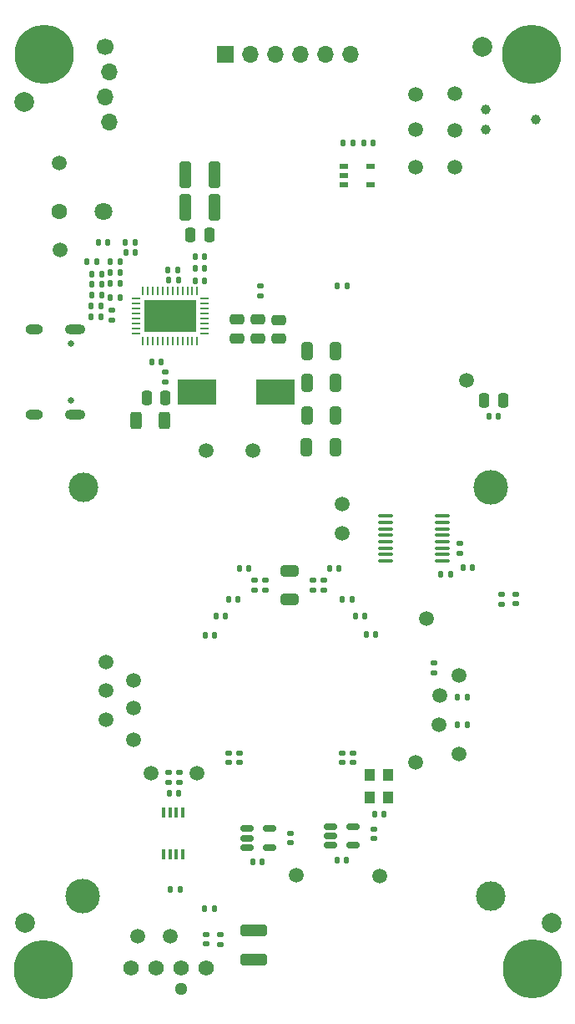
<source format=gbr>
%TF.GenerationSoftware,KiCad,Pcbnew,8.0.1*%
%TF.CreationDate,2024-06-21T14:23:06+08:00*%
%TF.ProjectId,bitaxeSupra,62697461-7865-4537-9570-72612e6b6963,rev?*%
%TF.SameCoordinates,Original*%
%TF.FileFunction,Soldermask,Top*%
%TF.FilePolarity,Negative*%
%FSLAX46Y46*%
G04 Gerber Fmt 4.6, Leading zero omitted, Abs format (unit mm)*
G04 Created by KiCad (PCBNEW 8.0.1) date 2024-06-21 14:23:06*
%MOMM*%
%LPD*%
G01*
G04 APERTURE LIST*
G04 Aperture macros list*
%AMRoundRect*
0 Rectangle with rounded corners*
0 $1 Rounding radius*
0 $2 $3 $4 $5 $6 $7 $8 $9 X,Y pos of 4 corners*
0 Add a 4 corners polygon primitive as box body*
4,1,4,$2,$3,$4,$5,$6,$7,$8,$9,$2,$3,0*
0 Add four circle primitives for the rounded corners*
1,1,$1+$1,$2,$3*
1,1,$1+$1,$4,$5*
1,1,$1+$1,$6,$7*
1,1,$1+$1,$8,$9*
0 Add four rect primitives between the rounded corners*
20,1,$1+$1,$2,$3,$4,$5,0*
20,1,$1+$1,$4,$5,$6,$7,0*
20,1,$1+$1,$6,$7,$8,$9,0*
20,1,$1+$1,$8,$9,$2,$3,0*%
G04 Aperture macros list end*
%ADD10RoundRect,0.250000X-0.325000X-0.650000X0.325000X-0.650000X0.325000X0.650000X-0.325000X0.650000X0*%
%ADD11RoundRect,0.250000X0.475000X-0.250000X0.475000X0.250000X-0.475000X0.250000X-0.475000X-0.250000X0*%
%ADD12RoundRect,0.135000X0.135000X0.185000X-0.135000X0.185000X-0.135000X-0.185000X0.135000X-0.185000X0*%
%ADD13RoundRect,0.250000X-1.100000X0.325000X-1.100000X-0.325000X1.100000X-0.325000X1.100000X0.325000X0*%
%ADD14C,1.500000*%
%ADD15RoundRect,0.140000X-0.140000X-0.170000X0.140000X-0.170000X0.140000X0.170000X-0.140000X0.170000X0*%
%ADD16C,2.000000*%
%ADD17RoundRect,0.140000X0.140000X0.170000X-0.140000X0.170000X-0.140000X-0.170000X0.140000X-0.170000X0*%
%ADD18RoundRect,0.140000X0.170000X-0.140000X0.170000X0.140000X-0.170000X0.140000X-0.170000X-0.140000X0*%
%ADD19RoundRect,0.140000X-0.170000X0.140000X-0.170000X-0.140000X0.170000X-0.140000X0.170000X0.140000X0*%
%ADD20RoundRect,0.135000X-0.185000X0.135000X-0.185000X-0.135000X0.185000X-0.135000X0.185000X0.135000X0*%
%ADD21C,3.000000*%
%ADD22RoundRect,0.250000X0.312500X0.625000X-0.312500X0.625000X-0.312500X-0.625000X0.312500X-0.625000X0*%
%ADD23RoundRect,0.150000X-0.512500X-0.150000X0.512500X-0.150000X0.512500X0.150000X-0.512500X0.150000X0*%
%ADD24RoundRect,0.135000X-0.135000X-0.185000X0.135000X-0.185000X0.135000X0.185000X-0.135000X0.185000X0*%
%ADD25RoundRect,0.250000X-0.250000X-0.475000X0.250000X-0.475000X0.250000X0.475000X-0.250000X0.475000X0*%
%ADD26RoundRect,0.250000X-0.325000X-1.100000X0.325000X-1.100000X0.325000X1.100000X-0.325000X1.100000X0*%
%ADD27R,1.100000X1.300000*%
%ADD28C,0.800000*%
%ADD29C,6.000000*%
%ADD30RoundRect,0.250000X-0.650000X0.325000X-0.650000X-0.325000X0.650000X-0.325000X0.650000X0.325000X0*%
%ADD31RoundRect,0.135000X0.185000X-0.135000X0.185000X0.135000X-0.185000X0.135000X-0.185000X-0.135000X0*%
%ADD32R,0.400000X1.100000*%
%ADD33R,1.700000X1.700000*%
%ADD34O,1.700000X1.700000*%
%ADD35C,3.500000*%
%ADD36RoundRect,0.100000X-0.637500X-0.100000X0.637500X-0.100000X0.637500X0.100000X-0.637500X0.100000X0*%
%ADD37R,4.000000X2.600000*%
%ADD38RoundRect,0.062500X0.062500X-0.337500X0.062500X0.337500X-0.062500X0.337500X-0.062500X-0.337500X0*%
%ADD39RoundRect,0.062500X0.337500X-0.062500X0.337500X0.062500X-0.337500X0.062500X-0.337500X-0.062500X0*%
%ADD40C,0.400000*%
%ADD41R,5.300000X3.300000*%
%ADD42R,0.952500X0.558800*%
%ADD43C,1.295400*%
%ADD44C,1.574800*%
%ADD45C,1.700000*%
%ADD46C,0.650000*%
%ADD47O,1.800000X1.000000*%
%ADD48O,2.100000X1.000000*%
%ADD49C,0.990600*%
%ADD50C,1.600000*%
%ADD51C,1.800000*%
G04 APERTURE END LIST*
D10*
%TO.C,C20*%
X107435000Y-81120000D03*
X110385000Y-81120000D03*
%TD*%
D11*
%TO.C,C15*%
X100360000Y-79860000D03*
X100360000Y-77960000D03*
%TD*%
D12*
%TO.C,R21*%
X122010000Y-103710000D03*
X120990000Y-103710000D03*
%TD*%
D13*
%TO.C,C51*%
X102045000Y-139815000D03*
X102045000Y-142765000D03*
%TD*%
D14*
%TO.C,TP19*%
X114860000Y-134280000D03*
%TD*%
D15*
%TO.C,C9*%
X96090000Y-72760000D03*
X97050000Y-72760000D03*
%TD*%
D16*
%TO.C,FID2*%
X125270000Y-50310000D03*
%TD*%
%TO.C,FID4*%
X132260000Y-139060000D03*
%TD*%
%TO.C,FID3*%
X78850000Y-139070000D03*
%TD*%
D17*
%TO.C,C41*%
X101570000Y-103154000D03*
X100610000Y-103154000D03*
%TD*%
D14*
%TO.C,TP21*%
X122860000Y-121970000D03*
%TD*%
%TO.C,TP18*%
X120820000Y-119010000D03*
%TD*%
D18*
%TO.C,C42*%
X100655438Y-122810000D03*
X100655438Y-121850000D03*
%TD*%
D14*
%TO.C,TP8*%
X123610000Y-84120000D03*
%TD*%
D19*
%TO.C,C40*%
X108072400Y-104360000D03*
X108072400Y-105320000D03*
%TD*%
D20*
%TO.C,R23*%
X94520000Y-123850000D03*
X94520000Y-124870000D03*
%TD*%
D17*
%TO.C,C46*%
X99161000Y-108024000D03*
X98201000Y-108024000D03*
%TD*%
D21*
%TO.C,H6*%
X84764000Y-94984000D03*
%TD*%
D19*
%TO.C,C39*%
X102110000Y-104360000D03*
X102110000Y-105320000D03*
%TD*%
D22*
%TO.C,R12*%
X93012500Y-88210000D03*
X90087500Y-88210000D03*
%TD*%
D19*
%TO.C,C13*%
X87630000Y-77010000D03*
X87630000Y-77970000D03*
%TD*%
D11*
%TO.C,C14*%
X104580000Y-79880000D03*
X104580000Y-77980000D03*
%TD*%
D23*
%TO.C,U6*%
X101392500Y-129520000D03*
X101392500Y-130470000D03*
X101392500Y-131420000D03*
X103667500Y-131420000D03*
X103667500Y-129520000D03*
%TD*%
D24*
%TO.C,R1*%
X85590000Y-75500000D03*
X86610000Y-75500000D03*
%TD*%
D14*
%TO.C,TP13*%
X110990000Y-96640000D03*
%TD*%
%TO.C,TP37*%
X93610000Y-140380000D03*
%TD*%
%TO.C,TP35*%
X96280000Y-123890000D03*
%TD*%
D12*
%TO.C,R8*%
X90070000Y-70100000D03*
X89050000Y-70100000D03*
%TD*%
%TO.C,R11*%
X94390000Y-72930000D03*
X93370000Y-72930000D03*
%TD*%
D10*
%TO.C,C18*%
X107435000Y-87660000D03*
X110385000Y-87660000D03*
%TD*%
D14*
%TO.C,TP38*%
X90300000Y-140410000D03*
%TD*%
%TO.C,TP33*%
X87080000Y-118492000D03*
%TD*%
%TO.C,TP3*%
X101980000Y-91230000D03*
%TD*%
D25*
%TO.C,C24*%
X125440000Y-86180000D03*
X127340000Y-86180000D03*
%TD*%
D14*
%TO.C,TP9*%
X122440000Y-55090000D03*
%TD*%
D21*
%TO.C,H5*%
X126130000Y-136350000D03*
%TD*%
D11*
%TO.C,C16*%
X102480000Y-79860000D03*
X102480000Y-77960000D03*
%TD*%
D18*
%TO.C,C45*%
X99525438Y-122820000D03*
X99525438Y-121860000D03*
%TD*%
D19*
%TO.C,C10*%
X102750000Y-74560000D03*
X102750000Y-75520000D03*
%TD*%
D24*
%TO.C,R2*%
X85110000Y-72100000D03*
X86130000Y-72100000D03*
%TD*%
D18*
%TO.C,C35*%
X112140000Y-122790000D03*
X112140000Y-121830000D03*
%TD*%
D26*
%TO.C,C4*%
X95125000Y-66550000D03*
X98075000Y-66550000D03*
%TD*%
D15*
%TO.C,C6*%
X96090000Y-74000000D03*
X97050000Y-74000000D03*
%TD*%
%TO.C,C25*%
X125910000Y-87790000D03*
X126870000Y-87790000D03*
%TD*%
D27*
%TO.C,U7*%
X115680000Y-126370000D03*
X115680000Y-124070000D03*
X113780000Y-124070000D03*
X113780000Y-126370000D03*
%TD*%
D15*
%TO.C,C27*%
X101940000Y-132840000D03*
X102900000Y-132840000D03*
%TD*%
D28*
%TO.C,H1*%
X127985010Y-51120990D03*
X128644020Y-49530000D03*
X128644020Y-52711980D03*
X130235010Y-48870990D03*
D29*
X130235010Y-51120990D03*
D28*
X130235010Y-53370990D03*
X131826000Y-49530000D03*
X131826000Y-52711980D03*
X132485010Y-51120990D03*
%TD*%
D14*
%TO.C,TP4*%
X97220000Y-91210000D03*
%TD*%
D12*
%TO.C,R7*%
X88520000Y-74320000D03*
X87500000Y-74320000D03*
%TD*%
D14*
%TO.C,TP11*%
X118480000Y-58690000D03*
%TD*%
D17*
%TO.C,C29*%
X115270000Y-128010000D03*
X114310000Y-128010000D03*
%TD*%
D16*
%TO.C,FID1*%
X78750000Y-55900000D03*
%TD*%
D19*
%TO.C,C12*%
X93100000Y-83280000D03*
X93100000Y-84240000D03*
%TD*%
D14*
%TO.C,TP14*%
X110990000Y-99610000D03*
%TD*%
D12*
%TO.C,R19*%
X123720000Y-118980000D03*
X122700000Y-118980000D03*
%TD*%
D14*
%TO.C,TP5*%
X118460000Y-62540000D03*
%TD*%
%TO.C,TP36*%
X91650000Y-123880000D03*
%TD*%
D30*
%TO.C,C43*%
X105670000Y-103375000D03*
X105670000Y-106325000D03*
%TD*%
D14*
%TO.C,TP15*%
X119550000Y-108280000D03*
%TD*%
%TO.C,TP22*%
X118520000Y-122760000D03*
%TD*%
D31*
%TO.C,R25*%
X98640000Y-141260000D03*
X98640000Y-140240000D03*
%TD*%
D19*
%TO.C,C22*%
X128670000Y-105770000D03*
X128670000Y-106730000D03*
%TD*%
D32*
%TO.C,U10*%
X94870000Y-127840000D03*
X94220000Y-127840000D03*
X93570000Y-127840000D03*
X92920000Y-127840000D03*
X92920000Y-132140000D03*
X93570000Y-132140000D03*
X94220000Y-132140000D03*
X94870000Y-132140000D03*
%TD*%
D17*
%TO.C,C8*%
X90040000Y-71130000D03*
X89080000Y-71130000D03*
%TD*%
D24*
%TO.C,R5*%
X87490000Y-75720000D03*
X88510000Y-75720000D03*
%TD*%
D12*
%TO.C,R6*%
X88510000Y-72100000D03*
X87490000Y-72100000D03*
%TD*%
D14*
%TO.C,TP29*%
X87080000Y-112616000D03*
%TD*%
D23*
%TO.C,U5*%
X109843500Y-129279000D03*
X109843500Y-130229000D03*
X109843500Y-131179000D03*
X112118500Y-131179000D03*
X112118500Y-129279000D03*
%TD*%
D28*
%TO.C,H3*%
X128052000Y-143728000D03*
X128711010Y-142137010D03*
X128711010Y-145318990D03*
X130302000Y-141478000D03*
D29*
X130302000Y-143728000D03*
D28*
X130302000Y-145978000D03*
X131892990Y-142137010D03*
X131892990Y-145318990D03*
X132552000Y-143728000D03*
%TD*%
D19*
%TO.C,C49*%
X122930000Y-100640000D03*
X122930000Y-101600000D03*
%TD*%
D14*
%TO.C,TP2*%
X82310000Y-62100000D03*
%TD*%
D12*
%TO.C,R9*%
X94400000Y-73990000D03*
X93380000Y-73990000D03*
%TD*%
D19*
%TO.C,C38*%
X103240000Y-104360000D03*
X103240000Y-105320000D03*
%TD*%
D17*
%TO.C,C23*%
X114200000Y-60030000D03*
X113240000Y-60030000D03*
%TD*%
D14*
%TO.C,TP6*%
X122430000Y-62540000D03*
%TD*%
D10*
%TO.C,C19*%
X107435000Y-84400000D03*
X110385000Y-84400000D03*
%TD*%
D24*
%TO.C,R4*%
X85590000Y-73360000D03*
X86610000Y-73360000D03*
%TD*%
D20*
%TO.C,R17*%
X120380000Y-112750000D03*
X120380000Y-113770000D03*
%TD*%
D15*
%TO.C,C7*%
X96110000Y-71540000D03*
X97070000Y-71540000D03*
%TD*%
D33*
%TO.C,J4*%
X99171505Y-51054000D03*
D34*
X101711505Y-51054000D03*
X104251505Y-51054000D03*
X106791505Y-51054000D03*
X109331505Y-51054000D03*
X111871505Y-51054000D03*
%TD*%
D14*
%TO.C,TP16*%
X122860000Y-113980000D03*
%TD*%
%TO.C,TP34*%
X89860000Y-120480000D03*
%TD*%
D28*
%TO.C,H4*%
X78455010Y-143830990D03*
X79114020Y-142240000D03*
X79114020Y-145421980D03*
X80705010Y-141580990D03*
D29*
X80705010Y-143830990D03*
D28*
X80705010Y-146080990D03*
X82296000Y-142240000D03*
X82296000Y-145421980D03*
X82955010Y-143830990D03*
%TD*%
D14*
%TO.C,TP1*%
X82390000Y-70940000D03*
%TD*%
D12*
%TO.C,R13*%
X86600000Y-77640000D03*
X85580000Y-77640000D03*
%TD*%
D19*
%TO.C,C53*%
X97200000Y-140250000D03*
X97200000Y-141210000D03*
%TD*%
D35*
%TO.C,H8*%
X84710000Y-136360000D03*
%TD*%
D17*
%TO.C,C48*%
X98090000Y-109925000D03*
X97130000Y-109925000D03*
%TD*%
%TO.C,C28*%
X114410000Y-109860000D03*
X113450000Y-109860000D03*
%TD*%
D36*
%TO.C,U9*%
X115427500Y-97855000D03*
X115427500Y-98505000D03*
X115427500Y-99155000D03*
X115427500Y-99805000D03*
X115427500Y-100455000D03*
X115427500Y-101105000D03*
X115427500Y-101755000D03*
X115427500Y-102405000D03*
X121152500Y-102405000D03*
X121152500Y-101755000D03*
X121152500Y-101105000D03*
X121152500Y-100455000D03*
X121152500Y-99805000D03*
X121152500Y-99155000D03*
X121152500Y-98505000D03*
X121152500Y-97855000D03*
%TD*%
D24*
%TO.C,R24*%
X93560000Y-135710000D03*
X94580000Y-135710000D03*
%TD*%
D15*
%TO.C,C5*%
X86310000Y-70110000D03*
X87270000Y-70110000D03*
%TD*%
D17*
%TO.C,C34*%
X112010000Y-106266000D03*
X111050000Y-106266000D03*
%TD*%
D31*
%TO.C,R22*%
X93380000Y-124870000D03*
X93380000Y-123850000D03*
%TD*%
D37*
%TO.C,L1*%
X96295000Y-85255000D03*
X104245000Y-85255000D03*
%TD*%
D10*
%TO.C,C17*%
X107415000Y-90910000D03*
X110365000Y-90910000D03*
%TD*%
D15*
%TO.C,C26*%
X110481000Y-132739000D03*
X111441000Y-132739000D03*
%TD*%
D17*
%TO.C,C47*%
X124270000Y-103110000D03*
X123310000Y-103110000D03*
%TD*%
D18*
%TO.C,C33*%
X111000000Y-122790000D03*
X111000000Y-121830000D03*
%TD*%
D28*
%TO.C,H2*%
X78558000Y-51054000D03*
X79217010Y-49463010D03*
X79217010Y-52644990D03*
X80808000Y-48804000D03*
D29*
X80808000Y-51054000D03*
D28*
X80808000Y-53304000D03*
X82398990Y-49463010D03*
X82398990Y-52644990D03*
X83058000Y-51054000D03*
%TD*%
D19*
%TO.C,C37*%
X109190000Y-104360000D03*
X109190000Y-105320000D03*
%TD*%
D17*
%TO.C,C1*%
X92650000Y-82220000D03*
X91690000Y-82220000D03*
%TD*%
D12*
%TO.C,R18*%
X123720000Y-116220000D03*
X122700000Y-116220000D03*
%TD*%
D17*
%TO.C,C36*%
X110695000Y-103146000D03*
X109735000Y-103146000D03*
%TD*%
D14*
%TO.C,TP20*%
X106360000Y-134230000D03*
%TD*%
D35*
%TO.C,H7*%
X126060000Y-94910000D03*
%TD*%
D14*
%TO.C,TP17*%
X120900000Y-116060000D03*
%TD*%
%TO.C,TP30*%
X89890000Y-114520000D03*
%TD*%
D24*
%TO.C,R15*%
X110480000Y-74510000D03*
X111500000Y-74510000D03*
%TD*%
D38*
%TO.C,U2*%
X90830000Y-80090000D03*
X91330000Y-80090000D03*
X91830000Y-80090000D03*
X92330000Y-80090000D03*
X92830000Y-80090000D03*
X93330000Y-80090000D03*
X93830000Y-80090000D03*
X94330000Y-80090000D03*
X94830000Y-80090000D03*
X95330000Y-80090000D03*
X95830000Y-80090000D03*
X96330000Y-80090000D03*
D39*
X97080000Y-79340000D03*
X97080000Y-78840000D03*
X97080000Y-78340000D03*
X97080000Y-77840000D03*
X97080000Y-77340000D03*
X97080000Y-76840000D03*
X97080000Y-76340000D03*
X97080000Y-75840000D03*
D38*
X96330000Y-75090000D03*
X95830000Y-75090000D03*
X95330000Y-75090000D03*
X94830000Y-75090000D03*
X94330000Y-75090000D03*
X93830000Y-75090000D03*
X93330000Y-75090000D03*
X92830000Y-75090000D03*
X92330000Y-75090000D03*
X91830000Y-75090000D03*
X91330000Y-75090000D03*
X90830000Y-75090000D03*
D39*
X90080000Y-75840000D03*
X90080000Y-76340000D03*
X90080000Y-76840000D03*
X90080000Y-77340000D03*
X90080000Y-77840000D03*
X90080000Y-78340000D03*
X90080000Y-78840000D03*
X90080000Y-79340000D03*
D40*
X92180000Y-78870000D03*
X93580000Y-78870000D03*
X94980000Y-78870000D03*
X91180000Y-77590000D03*
X92180000Y-77590000D03*
X93580000Y-77590000D03*
D41*
X93580000Y-77590000D03*
D40*
X94980000Y-77590000D03*
X95980000Y-77590000D03*
X92180000Y-76310000D03*
X93580000Y-76310000D03*
X94980000Y-76310000D03*
%TD*%
D26*
%TO.C,C3*%
X95125000Y-63300000D03*
X98075000Y-63300000D03*
%TD*%
D24*
%TO.C,R3*%
X85590000Y-74330000D03*
X86610000Y-74330000D03*
%TD*%
D17*
%TO.C,C50*%
X94440000Y-125940000D03*
X93480000Y-125940000D03*
%TD*%
D12*
%TO.C,R10*%
X88520000Y-73170000D03*
X87500000Y-73170000D03*
%TD*%
D17*
%TO.C,C32*%
X113310000Y-108026000D03*
X112350000Y-108026000D03*
%TD*%
D31*
%TO.C,R16*%
X127240000Y-106770000D03*
X127240000Y-105750000D03*
%TD*%
D17*
%TO.C,C52*%
X98040000Y-137640000D03*
X97080000Y-137640000D03*
%TD*%
D25*
%TO.C,C11*%
X91190000Y-85860000D03*
X93090000Y-85860000D03*
%TD*%
D15*
%TO.C,C21*%
X111140000Y-60030000D03*
X112100000Y-60030000D03*
%TD*%
D14*
%TO.C,TP31*%
X87080000Y-115554000D03*
%TD*%
%TO.C,TP7*%
X122420000Y-58830000D03*
%TD*%
%TO.C,TP32*%
X89890000Y-117310000D03*
%TD*%
D24*
%TO.C,R14*%
X85580000Y-76570000D03*
X86600000Y-76570000D03*
%TD*%
D19*
%TO.C,C30*%
X114240000Y-129540000D03*
X114240000Y-130500000D03*
%TD*%
D25*
%TO.C,C2*%
X95650000Y-69350000D03*
X97550000Y-69350000D03*
%TD*%
D17*
%TO.C,C44*%
X100441000Y-106284000D03*
X99481000Y-106284000D03*
%TD*%
D42*
%TO.C,U3*%
X111185050Y-62440200D03*
X111185050Y-63380000D03*
X111185050Y-64319800D03*
X113940950Y-64319800D03*
X113940950Y-62440200D03*
%TD*%
D14*
%TO.C,TP10*%
X118480000Y-55140000D03*
%TD*%
D19*
%TO.C,C31*%
X105750000Y-129990000D03*
X105750000Y-130950000D03*
%TD*%
D43*
%TO.C,J6*%
X94701000Y-145782001D03*
D44*
X89621000Y-143622000D03*
X92161000Y-143622000D03*
X94701000Y-143622000D03*
X97241000Y-143622000D03*
%TD*%
D45*
%TO.C,J3*%
X87005000Y-50292000D03*
D34*
X87405000Y-52832000D03*
X87005000Y-55372000D03*
X87405000Y-57912000D03*
%TD*%
D46*
%TO.C,J5*%
X83470000Y-86150000D03*
X83470000Y-80370000D03*
D47*
X79790000Y-87580000D03*
D48*
X83970000Y-87580000D03*
D47*
X79790000Y-78940000D03*
D48*
X83970000Y-78940000D03*
%TD*%
D49*
%TO.C,J2*%
X130670000Y-57730000D03*
X125590000Y-58746000D03*
X125590000Y-56714000D03*
%TD*%
D50*
%TO.C,J1*%
X82330000Y-67000000D03*
D51*
X86830000Y-67000000D03*
%TD*%
M02*

</source>
